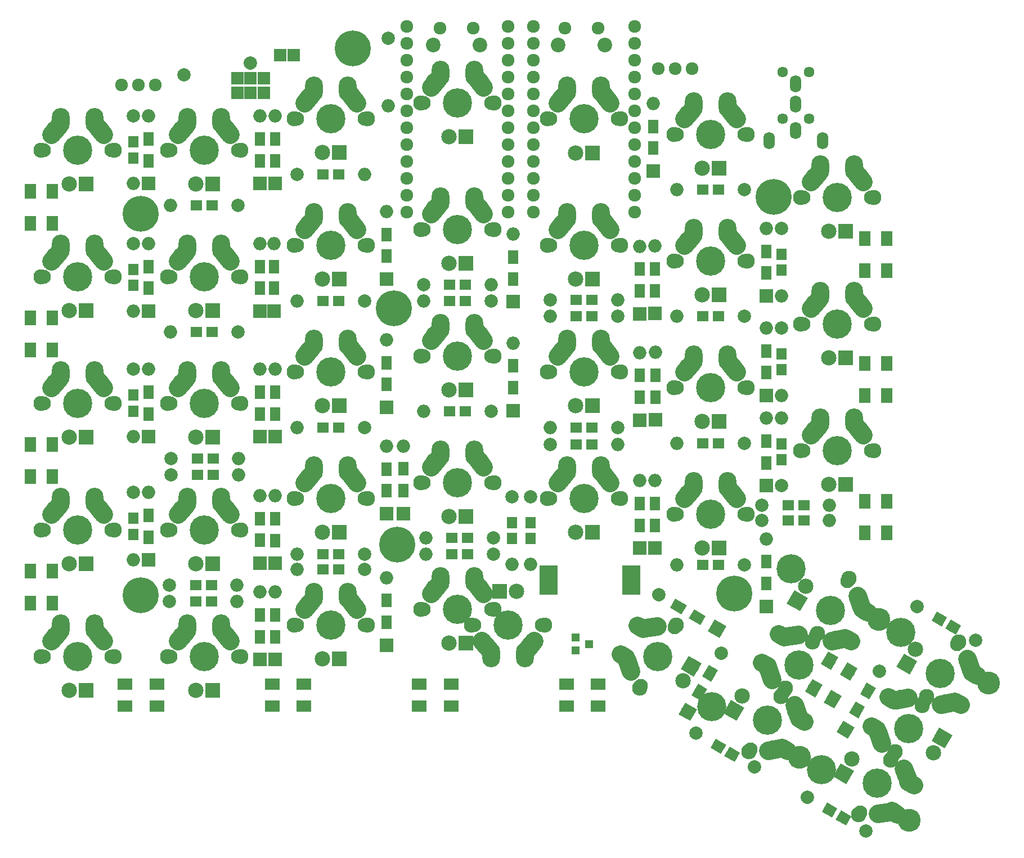
<source format=gts>
G04 #@! TF.GenerationSoftware,KiCad,Pcbnew,(5.0.0)*
G04 #@! TF.CreationDate,2018-11-09T01:29:58+09:00*
G04 #@! TF.ProjectId,ergodash,6572676F646173682E6B696361645F70,2.0*
G04 #@! TF.SameCoordinates,Original*
G04 #@! TF.FileFunction,Soldermask,Top*
G04 #@! TF.FilePolarity,Negative*
%FSLAX46Y46*%
G04 Gerber Fmt 4.6, Leading zero omitted, Abs format (unit mm)*
G04 Created by KiCad (PCBNEW (5.0.0)) date 11/09/18 01:29:58*
%MOMM*%
%LPD*%
G01*
G04 APERTURE LIST*
%ADD10R,1.600000X1.800000*%
%ADD11C,2.000000*%
%ADD12O,2.000000X2.000000*%
%ADD13C,1.600000*%
%ADD14C,0.100000*%
%ADD15C,2.000000*%
%ADD16R,1.800000X1.600000*%
%ADD17C,1.610000*%
%ADD18O,1.700000X2.600000*%
%ADD19C,4.400000*%
%ADD20C,2.300000*%
%ADD21C,2.800000*%
%ADD22C,2.800000*%
%ADD23O,2.700000X3.737000*%
%ADD24C,2.100000*%
%ADD25C,4.387800*%
%ADD26C,3.448000*%
%ADD27C,2.700000*%
%ADD28C,2.700000*%
%ADD29R,2.800000X4.400000*%
%ADD30C,2.200000*%
%ADD31C,1.924000*%
%ADD32C,5.400000*%
%ADD33R,1.924000X1.924000*%
%ADD34C,2.305000*%
%ADD35R,2.305000X2.305000*%
%ADD36R,1.300000X1.200000*%
%ADD37R,1.600000X2.000000*%
%ADD38R,2.000000X2.000000*%
%ADD39R,1.800000X2.200000*%
%ADD40R,2.200000X1.800000*%
%ADD41C,1.800000*%
G04 APERTURE END LIST*
D10*
G04 #@! TO.C,R40*
X155194000Y-116409000D03*
D11*
X155194000Y-110109000D03*
D12*
X155194000Y-120269000D03*
D10*
X155194000Y-114009000D03*
G04 #@! TD*
G04 #@! TO.C,R25*
X192913000Y-102158000D03*
D11*
X192913000Y-108458000D03*
D12*
X192913000Y-98298000D03*
D10*
X192913000Y-104558000D03*
G04 #@! TD*
D13*
G04 #@! TO.C,R37*
X216662000Y-128524000D03*
D14*
G36*
X217841423Y-128281180D02*
X217041423Y-129666820D01*
X215482577Y-128766820D01*
X216282577Y-127381180D01*
X217841423Y-128281180D01*
X217841423Y-128281180D01*
G37*
D11*
X222117960Y-131674000D03*
X213319142Y-126594000D03*
D15*
X213319142Y-126594000D02*
X213319142Y-126594000D01*
D13*
X218740461Y-129724000D03*
D14*
G36*
X219919884Y-129481180D02*
X219119884Y-130866820D01*
X217561038Y-129966820D01*
X218361038Y-128581180D01*
X219919884Y-129481180D01*
X219919884Y-129481180D01*
G37*
G04 #@! TD*
D10*
G04 #@! TO.C,R13*
X152400000Y-116388000D03*
D11*
X152400000Y-110088000D03*
D12*
X152400000Y-120248000D03*
D10*
X152400000Y-113988000D03*
G04 #@! TD*
G04 #@! TO.C,R3*
X95377000Y-59132000D03*
D11*
X95377000Y-52832000D03*
D12*
X95377000Y-62992000D03*
D10*
X95377000Y-56732000D03*
G04 #@! TD*
D16*
G04 #@! TO.C,R4*
X104825000Y-66294000D03*
D11*
X111125000Y-66294000D03*
D12*
X100965000Y-66294000D03*
D16*
X107225000Y-66294000D03*
G04 #@! TD*
G04 #@! TO.C,R5*
X126315000Y-61595000D03*
D11*
X120015000Y-61595000D03*
D12*
X130175000Y-61595000D03*
D16*
X123915000Y-61595000D03*
G04 #@! TD*
G04 #@! TO.C,R6*
X145365000Y-78232000D03*
D11*
X139065000Y-78232000D03*
D12*
X149225000Y-78232000D03*
D16*
X142965000Y-78232000D03*
G04 #@! TD*
G04 #@! TO.C,R7*
X164415000Y-80518000D03*
D11*
X158115000Y-80518000D03*
D12*
X168275000Y-80518000D03*
D16*
X162015000Y-80518000D03*
G04 #@! TD*
G04 #@! TO.C,R8*
X181025000Y-63881000D03*
D11*
X187325000Y-63881000D03*
D12*
X177165000Y-63881000D03*
D16*
X183425000Y-63881000D03*
G04 #@! TD*
D10*
G04 #@! TO.C,R9*
X192913000Y-76023000D03*
D11*
X192913000Y-69723000D03*
D12*
X192913000Y-79883000D03*
D10*
X192913000Y-73623000D03*
G04 #@! TD*
G04 #@! TO.C,R10*
X95377000Y-78309000D03*
D11*
X95377000Y-72009000D03*
D12*
X95377000Y-82169000D03*
D10*
X95377000Y-75909000D03*
G04 #@! TD*
D16*
G04 #@! TO.C,R11*
X104825000Y-85344000D03*
D11*
X111125000Y-85344000D03*
D12*
X100965000Y-85344000D03*
D16*
X107225000Y-85344000D03*
G04 #@! TD*
G04 #@! TO.C,R12*
X123875000Y-80645000D03*
D11*
X130175000Y-80645000D03*
D12*
X120015000Y-80645000D03*
D16*
X126275000Y-80645000D03*
G04 #@! TD*
G04 #@! TO.C,R15*
X142925000Y-80645000D03*
D11*
X149225000Y-80645000D03*
D12*
X139065000Y-80645000D03*
D16*
X145325000Y-80645000D03*
G04 #@! TD*
G04 #@! TO.C,R16*
X161975000Y-82931000D03*
D11*
X168275000Y-82931000D03*
D12*
X158115000Y-82931000D03*
D16*
X164375000Y-82931000D03*
G04 #@! TD*
G04 #@! TO.C,R17*
X181025000Y-82931000D03*
D11*
X187325000Y-82931000D03*
D12*
X177165000Y-82931000D03*
D16*
X183425000Y-82931000D03*
G04 #@! TD*
D10*
G04 #@! TO.C,R18*
X192913000Y-91009000D03*
D11*
X192913000Y-84709000D03*
D12*
X192913000Y-94869000D03*
D10*
X192913000Y-88609000D03*
G04 #@! TD*
G04 #@! TO.C,R19*
X95377000Y-97232000D03*
D11*
X95377000Y-90932000D03*
D12*
X95377000Y-101092000D03*
D10*
X95377000Y-94832000D03*
G04 #@! TD*
D16*
G04 #@! TO.C,R20*
X107392000Y-104394000D03*
D11*
X101092000Y-104394000D03*
D12*
X111252000Y-104394000D03*
D16*
X104992000Y-104394000D03*
G04 #@! TD*
G04 #@! TO.C,R21*
X123875000Y-99695000D03*
D11*
X130175000Y-99695000D03*
D12*
X120015000Y-99695000D03*
D16*
X126275000Y-99695000D03*
G04 #@! TD*
G04 #@! TO.C,R22*
X142925000Y-97282000D03*
D11*
X149225000Y-97282000D03*
D12*
X139065000Y-97282000D03*
D16*
X145325000Y-97282000D03*
G04 #@! TD*
G04 #@! TO.C,R23*
X161975000Y-99695000D03*
D11*
X168275000Y-99695000D03*
D12*
X158115000Y-99695000D03*
D16*
X164375000Y-99695000D03*
G04 #@! TD*
G04 #@! TO.C,R24*
X181025000Y-102108000D03*
D11*
X187325000Y-102108000D03*
D12*
X177165000Y-102108000D03*
D16*
X183425000Y-102108000D03*
G04 #@! TD*
G04 #@! TO.C,R26*
X107392000Y-106807000D03*
D11*
X101092000Y-106807000D03*
D12*
X111252000Y-106807000D03*
D16*
X104992000Y-106807000D03*
G04 #@! TD*
D10*
G04 #@! TO.C,R27*
X95377000Y-115774000D03*
D11*
X95377000Y-109474000D03*
D12*
X95377000Y-119634000D03*
D10*
X95377000Y-113374000D03*
G04 #@! TD*
D16*
G04 #@! TO.C,R28*
X123875000Y-118745000D03*
D11*
X130175000Y-118745000D03*
D12*
X120015000Y-118745000D03*
D16*
X126275000Y-118745000D03*
G04 #@! TD*
G04 #@! TO.C,R29*
X143306000Y-116332000D03*
D11*
X149606000Y-116332000D03*
D12*
X139446000Y-116332000D03*
D16*
X145706000Y-116332000D03*
G04 #@! TD*
G04 #@! TO.C,R30*
X164415000Y-102235000D03*
D11*
X158115000Y-102235000D03*
D12*
X168275000Y-102235000D03*
D16*
X162015000Y-102235000D03*
G04 #@! TD*
G04 #@! TO.C,R31*
X181025000Y-120396000D03*
D11*
X187325000Y-120396000D03*
D12*
X177165000Y-120396000D03*
D16*
X183425000Y-120396000D03*
G04 #@! TD*
D13*
G04 #@! TO.C,R32*
X185475172Y-148872000D03*
D14*
G36*
X184295749Y-149114820D02*
X185095749Y-147729180D01*
X186654595Y-148629180D01*
X185854595Y-150014820D01*
X184295749Y-149114820D01*
X184295749Y-149114820D01*
G37*
D11*
X180019212Y-145722000D03*
X188818030Y-150802000D03*
D15*
X188818030Y-150802000D02*
X188818030Y-150802000D01*
D13*
X183396711Y-147672000D03*
D14*
G36*
X182217288Y-147914820D02*
X183017288Y-146529180D01*
X184576134Y-147429180D01*
X183776134Y-148814820D01*
X182217288Y-147914820D01*
X182217288Y-147914820D01*
G37*
G04 #@! TD*
D16*
G04 #@! TO.C,R33*
X107138000Y-123444000D03*
D11*
X100838000Y-123444000D03*
D12*
X110998000Y-123444000D03*
D16*
X104738000Y-123444000D03*
G04 #@! TD*
G04 #@! TO.C,R34*
X107138000Y-125857000D03*
D11*
X100838000Y-125857000D03*
D12*
X110998000Y-125857000D03*
D16*
X104738000Y-125857000D03*
G04 #@! TD*
G04 #@! TO.C,R35*
X123875000Y-121031000D03*
D11*
X130175000Y-121031000D03*
D12*
X120015000Y-121031000D03*
D16*
X126275000Y-121031000D03*
G04 #@! TD*
G04 #@! TO.C,R36*
X143306000Y-118745000D03*
D11*
X149606000Y-118745000D03*
D12*
X139446000Y-118745000D03*
D16*
X145706000Y-118745000D03*
G04 #@! TD*
G04 #@! TO.C,R14*
X196292000Y-111379000D03*
D11*
X189992000Y-111379000D03*
D12*
X200152000Y-111379000D03*
D16*
X193892000Y-111379000D03*
G04 #@! TD*
G04 #@! TO.C,R38*
X196292000Y-113665000D03*
D11*
X189992000Y-113665000D03*
D12*
X200152000Y-113665000D03*
D16*
X193892000Y-113665000D03*
G04 #@! TD*
D13*
G04 #@! TO.C,R39*
X200157040Y-157251000D03*
D14*
G36*
X201336463Y-157008180D02*
X200536463Y-158393820D01*
X198977617Y-157493820D01*
X199777617Y-156108180D01*
X201336463Y-157008180D01*
X201336463Y-157008180D01*
G37*
D11*
X205613000Y-160401000D03*
X196814182Y-155321000D03*
D15*
X196814182Y-155321000D02*
X196814182Y-155321000D01*
D13*
X202235501Y-158451000D03*
D14*
G36*
X203414924Y-158208180D02*
X202614924Y-159593820D01*
X201056078Y-158693820D01*
X201856078Y-157308180D01*
X203414924Y-158208180D01*
X203414924Y-158208180D01*
G37*
G04 #@! TD*
D17*
G04 #@! TO.C,J1*
X197072000Y-53204000D03*
X193072000Y-53204000D03*
D18*
X195072000Y-48004000D03*
X199072000Y-56504000D03*
X195072000Y-55004000D03*
X191072000Y-56504000D03*
X195072000Y-51004000D03*
D17*
X193072000Y-46204000D03*
X197072000Y-46204000D03*
G04 #@! TD*
D19*
G04 #@! TO.C,SW8*
X106045000Y-115125500D03*
D20*
X100545000Y-115125500D03*
X111545000Y-115125500D03*
D21*
X102684951Y-112049269D03*
D22*
X102106442Y-112738709D02*
X103263460Y-111359829D01*
D21*
X109405049Y-112049269D03*
D22*
X108826540Y-111359829D02*
X109983558Y-112738709D01*
D23*
X108565000Y-110625500D03*
X103525000Y-110625500D03*
D24*
X111125000Y-115125500D03*
X100965000Y-115125500D03*
G04 #@! TD*
D25*
G04 #@! TO.C,*
X198932460Y-151187411D03*
X210870460Y-130510189D03*
D26*
X212130687Y-158807411D03*
X224068687Y-138130189D03*
G04 #@! TD*
D25*
G04 #@! TO.C,*
X182434460Y-141662361D03*
X194372460Y-120985139D03*
D26*
X195632687Y-149282361D03*
X207570687Y-128605139D03*
G04 #@! TD*
D12*
G04 #@! TO.C,R2*
X133731000Y-51308000D03*
D11*
X133731000Y-41148000D03*
G04 #@! TD*
G04 #@! TO.C,R1*
X113002647Y-44844735D03*
D15*
X113002647Y-44844735D02*
X113002647Y-44844735D01*
D11*
X102997000Y-46609000D03*
G04 #@! TD*
D19*
G04 #@! TO.C,SW34*
X174292000Y-134175250D03*
D20*
X171542000Y-138938390D03*
X177042000Y-129412110D03*
D21*
X169947881Y-135547022D03*
D22*
X170255699Y-136392745D02*
X169640063Y-134701299D01*
D21*
X173307930Y-129727247D03*
D22*
X172421603Y-129883530D02*
X174194257Y-129570964D01*
D27*
X171654886Y-129742866D03*
D28*
X171205852Y-129483616D02*
X172103920Y-130002116D01*
D27*
X169134886Y-134107634D03*
D28*
X168685852Y-133848384D02*
X169583920Y-134366884D01*
D24*
X176832000Y-129775841D03*
X171752000Y-138574659D03*
G04 #@! TD*
D19*
G04 #@! TO.C,SW38*
X151765000Y-129413000D03*
D20*
X157265000Y-129413000D03*
X146265000Y-129413000D03*
D21*
X155125049Y-132489231D03*
D22*
X155703558Y-131799791D02*
X154546540Y-133178671D01*
D21*
X148404951Y-132489231D03*
D22*
X148983460Y-133178671D02*
X147826442Y-131799791D01*
D23*
X149245000Y-133913000D03*
X154285000Y-133913000D03*
D24*
X146685000Y-129413000D03*
X156845000Y-129413000D03*
G04 #@! TD*
D29*
G04 #@! TO.C,M1*
X170284000Y-122682000D03*
X157884000Y-122682000D03*
G04 #@! TD*
D30*
G04 #@! TO.C,SW29*
X166314000Y-42124000D03*
X159314000Y-42124000D03*
D31*
X165314000Y-39624000D03*
X160314000Y-39624000D03*
G04 #@! TD*
D30*
G04 #@! TO.C,SW37*
X140518000Y-42124000D03*
X147518000Y-42124000D03*
D31*
X141518000Y-39624000D03*
X146518000Y-39624000D03*
G04 #@! TD*
D19*
G04 #@! TO.C,SW33*
X144145000Y-127031750D03*
D20*
X149645000Y-127031750D03*
X138645000Y-127031750D03*
D21*
X147505049Y-123955519D03*
D22*
X148083558Y-124644959D02*
X146926540Y-123266079D01*
D21*
X140784951Y-123955519D03*
D22*
X141363460Y-123266079D02*
X140206442Y-124644959D01*
D23*
X141625000Y-122531750D03*
X146665000Y-122531750D03*
D24*
X139065000Y-127031750D03*
X149225000Y-127031750D03*
G04 #@! TD*
D19*
G04 #@! TO.C,SW12*
X125095000Y-110363000D03*
D20*
X119595000Y-110363000D03*
X130595000Y-110363000D03*
D21*
X121734951Y-107286769D03*
D22*
X121156442Y-107976209D02*
X122313460Y-106597329D01*
D21*
X128455049Y-107286769D03*
D22*
X127876540Y-106597329D02*
X129033558Y-107976209D01*
D23*
X127615000Y-105863000D03*
X122575000Y-105863000D03*
D24*
X130175000Y-110363000D03*
X120015000Y-110363000D03*
G04 #@! TD*
D19*
G04 #@! TO.C,SW11*
X125095000Y-91313000D03*
D20*
X130595000Y-91313000D03*
X119595000Y-91313000D03*
D21*
X128455049Y-88236769D03*
D22*
X129033558Y-88926209D02*
X127876540Y-87547329D01*
D21*
X121734951Y-88236769D03*
D22*
X122313460Y-87547329D02*
X121156442Y-88926209D01*
D23*
X122575000Y-86813000D03*
X127615000Y-86813000D03*
D24*
X120015000Y-91313000D03*
X130175000Y-91313000D03*
G04 #@! TD*
D19*
G04 #@! TO.C,SW4*
X86995000Y-115125500D03*
D20*
X92495000Y-115125500D03*
X81495000Y-115125500D03*
D21*
X90355049Y-112049269D03*
D22*
X90933558Y-112738709D02*
X89776540Y-111359829D01*
D21*
X83634951Y-112049269D03*
D22*
X84213460Y-111359829D02*
X83056442Y-112738709D01*
D23*
X84475000Y-110625500D03*
X89515000Y-110625500D03*
D24*
X81915000Y-115125500D03*
X92075000Y-115125500D03*
G04 #@! TD*
D19*
G04 #@! TO.C,SW1*
X86995000Y-57975500D03*
D20*
X92495000Y-57975500D03*
X81495000Y-57975500D03*
D21*
X90355049Y-54899269D03*
D22*
X90933558Y-55588709D02*
X89776540Y-54209829D01*
D21*
X83634951Y-54899269D03*
D22*
X84213460Y-54209829D02*
X83056442Y-55588709D01*
D23*
X84475000Y-53475500D03*
X89515000Y-53475500D03*
D24*
X81915000Y-57975500D03*
X92075000Y-57975500D03*
G04 #@! TD*
D19*
G04 #@! TO.C,SW21*
X182245000Y-55594250D03*
D20*
X176745000Y-55594250D03*
X187745000Y-55594250D03*
D21*
X178884951Y-52518019D03*
D22*
X178306442Y-53207459D02*
X179463460Y-51828579D01*
D21*
X185605049Y-52518019D03*
D22*
X185026540Y-51828579D02*
X186183558Y-53207459D01*
D23*
X184765000Y-51094250D03*
X179725000Y-51094250D03*
D24*
X187325000Y-55594250D03*
X177165000Y-55594250D03*
G04 #@! TD*
D31*
G04 #@! TO.C,U6*
X170815000Y-39370000D03*
X170815000Y-41910000D03*
X170815000Y-44450000D03*
X170815000Y-46990000D03*
X170815000Y-49530000D03*
X170815000Y-52070000D03*
X170815000Y-54610000D03*
X170815000Y-57150000D03*
X170815000Y-59690000D03*
X170815000Y-62230000D03*
X170815000Y-64770000D03*
X170815000Y-67310000D03*
X155575000Y-67310000D03*
X155575000Y-64770000D03*
X155575000Y-62230000D03*
X155575000Y-59690000D03*
X155575000Y-57150000D03*
X155575000Y-54610000D03*
X155575000Y-52070000D03*
X155575000Y-49530000D03*
X155575000Y-46990000D03*
X155575000Y-44450000D03*
X155575000Y-41910000D03*
X155575000Y-39370000D03*
G04 #@! TD*
D32*
G04 #@! TO.C,U1*
X134620000Y-81788000D03*
G04 #@! TD*
G04 #@! TO.C,U2*
X191770000Y-65024000D03*
G04 #@! TD*
G04 #@! TO.C,U4*
X185801000Y-124714000D03*
G04 #@! TD*
G04 #@! TO.C,U5*
X96520000Y-67564000D03*
G04 #@! TD*
G04 #@! TO.C,U7*
X96520000Y-124968000D03*
G04 #@! TD*
D33*
G04 #@! TO.C,W1*
X119491000Y-43688000D03*
X117491000Y-43688000D03*
G04 #@! TD*
D31*
G04 #@! TO.C,J2*
X96139000Y-48133000D03*
X93639000Y-48133000D03*
X98639000Y-48133000D03*
G04 #@! TD*
G04 #@! TO.C,J3*
X176911000Y-45720000D03*
X174411000Y-45720000D03*
X179411000Y-45720000D03*
G04 #@! TD*
D32*
G04 #@! TO.C,U8*
X135128000Y-117348000D03*
G04 #@! TD*
G04 #@! TO.C,U9*
X128397000Y-42672000D03*
G04 #@! TD*
D34*
G04 #@! TO.C,D35*
X85725000Y-63055500D03*
D35*
X88265000Y-63055500D03*
G04 #@! TD*
D34*
G04 #@! TO.C,D36*
X104775000Y-63055500D03*
D35*
X107315000Y-63055500D03*
G04 #@! TD*
D34*
G04 #@! TO.C,D37*
X123825000Y-58293000D03*
D35*
X126365000Y-58293000D03*
G04 #@! TD*
D34*
G04 #@! TO.C,D38*
X142875000Y-55911750D03*
D35*
X145415000Y-55911750D03*
G04 #@! TD*
D34*
G04 #@! TO.C,D39*
X161925000Y-58420000D03*
D35*
X164465000Y-58420000D03*
G04 #@! TD*
D34*
G04 #@! TO.C,D40*
X180975000Y-60674250D03*
D35*
X183515000Y-60674250D03*
G04 #@! TD*
D34*
G04 #@! TO.C,D41*
X200025000Y-70199250D03*
D35*
X202565000Y-70199250D03*
G04 #@! TD*
D34*
G04 #@! TO.C,D42*
X85725000Y-82105500D03*
D35*
X88265000Y-82105500D03*
G04 #@! TD*
D34*
G04 #@! TO.C,D43*
X104775000Y-82105500D03*
D35*
X107315000Y-82105500D03*
G04 #@! TD*
D34*
G04 #@! TO.C,D44*
X123825000Y-77343000D03*
D35*
X126365000Y-77343000D03*
G04 #@! TD*
D34*
G04 #@! TO.C,D45*
X142875000Y-74961750D03*
D35*
X145415000Y-74961750D03*
G04 #@! TD*
D34*
G04 #@! TO.C,D46*
X161925000Y-77343000D03*
D35*
X164465000Y-77343000D03*
G04 #@! TD*
D34*
G04 #@! TO.C,D47*
X180975000Y-79724250D03*
D35*
X183515000Y-79724250D03*
G04 #@! TD*
D34*
G04 #@! TO.C,D48*
X200025000Y-89249250D03*
D35*
X202565000Y-89249250D03*
G04 #@! TD*
D34*
G04 #@! TO.C,D49*
X85725000Y-101155500D03*
D35*
X88265000Y-101155500D03*
G04 #@! TD*
D34*
G04 #@! TO.C,D50*
X104775000Y-101155500D03*
D35*
X107315000Y-101155500D03*
G04 #@! TD*
D34*
G04 #@! TO.C,D51*
X123825000Y-96393000D03*
D35*
X126365000Y-96393000D03*
G04 #@! TD*
D34*
G04 #@! TO.C,D52*
X142875000Y-94011750D03*
D35*
X145415000Y-94011750D03*
G04 #@! TD*
D34*
G04 #@! TO.C,D53*
X161925000Y-96393000D03*
D35*
X164465000Y-96393000D03*
G04 #@! TD*
D34*
G04 #@! TO.C,D54*
X180975000Y-98774250D03*
D35*
X183515000Y-98774250D03*
G04 #@! TD*
D34*
G04 #@! TO.C,D55*
X200025000Y-108299250D03*
D35*
X202565000Y-108299250D03*
G04 #@! TD*
D34*
G04 #@! TO.C,D56*
X85725000Y-120205500D03*
D35*
X88265000Y-120205500D03*
G04 #@! TD*
D34*
G04 #@! TO.C,D57*
X104775000Y-120205500D03*
D35*
X107315000Y-120205500D03*
G04 #@! TD*
D34*
G04 #@! TO.C,D58*
X123825000Y-115443000D03*
D35*
X126365000Y-115443000D03*
G04 #@! TD*
D34*
G04 #@! TO.C,D59*
X142875000Y-113061750D03*
D35*
X145415000Y-113061750D03*
G04 #@! TD*
D34*
G04 #@! TO.C,D60*
X161925000Y-115443000D03*
D35*
X164465000Y-115443000D03*
G04 #@! TD*
D34*
G04 #@! TO.C,D61*
X180975000Y-117824250D03*
D35*
X183515000Y-117824250D03*
G04 #@! TD*
D34*
G04 #@! TO.C,D62*
X178056409Y-137815102D03*
X179326409Y-135615398D03*
D14*
G36*
X179748253Y-137189742D02*
X177752065Y-136037242D01*
X178904565Y-134041054D01*
X180900753Y-135193554D01*
X179748253Y-137189742D01*
X179748253Y-137189742D01*
G37*
G04 #@! TD*
D34*
G04 #@! TO.C,D63*
X85725000Y-139255500D03*
D35*
X88265000Y-139255500D03*
G04 #@! TD*
D34*
G04 #@! TO.C,D64*
X104775000Y-139255500D03*
D35*
X107315000Y-139255500D03*
G04 #@! TD*
D34*
G04 #@! TO.C,D65*
X123825000Y-134493000D03*
D35*
X126365000Y-134493000D03*
G04 #@! TD*
D34*
G04 #@! TO.C,D66*
X142875000Y-132111750D03*
D35*
X145415000Y-132111750D03*
G04 #@! TD*
D31*
G04 #@! TO.C,U3*
X136525000Y-39370000D03*
X136525000Y-41910000D03*
X136525000Y-44450000D03*
X136525000Y-46990000D03*
X136525000Y-49530000D03*
X136525000Y-52070000D03*
X136525000Y-54610000D03*
X136525000Y-57150000D03*
X136525000Y-59690000D03*
X136525000Y-62230000D03*
X136525000Y-64770000D03*
X136525000Y-67310000D03*
X151765000Y-67310000D03*
X151765000Y-64770000D03*
X151765000Y-62230000D03*
X151765000Y-59690000D03*
X151765000Y-57150000D03*
X151765000Y-54610000D03*
X151765000Y-52070000D03*
X151765000Y-49530000D03*
X151765000Y-46990000D03*
X151765000Y-44450000D03*
X151765000Y-41910000D03*
X151765000Y-39370000D03*
G04 #@! TD*
D34*
G04 #@! TO.C,D67*
X153035000Y-124333000D03*
D35*
X150495000Y-124333000D03*
G04 #@! TD*
D13*
G04 #@! TO.C,D68*
X205920000Y-139349970D03*
D14*
G36*
X206112820Y-140615995D02*
X204727180Y-139815995D01*
X205727180Y-138083945D01*
X207112820Y-138883945D01*
X206112820Y-140615995D01*
X206112820Y-140615995D01*
G37*
D11*
X202565000Y-145161000D03*
D14*
G36*
X202931025Y-146527025D02*
X201198975Y-145527025D01*
X202198975Y-143794975D01*
X203931025Y-144794975D01*
X202931025Y-146527025D01*
X202931025Y-146527025D01*
G37*
D11*
X207645000Y-136362182D03*
D15*
X207645000Y-136362182D02*
X207645000Y-136362182D01*
D13*
X204290000Y-142173212D03*
D14*
G36*
X204482820Y-143439237D02*
X203097180Y-142639237D01*
X204097180Y-140907187D01*
X205482820Y-141707187D01*
X204482820Y-143439237D01*
X204482820Y-143439237D01*
G37*
G04 #@! TD*
D36*
G04 #@! TO.C,Q1*
X161957000Y-131323000D03*
X161957000Y-133223000D03*
X163957000Y-132273000D03*
G04 #@! TD*
D19*
G04 #@! TO.C,SW2*
X86995000Y-77025500D03*
D20*
X92495000Y-77025500D03*
X81495000Y-77025500D03*
D21*
X90355049Y-73949269D03*
D22*
X90933558Y-74638709D02*
X89776540Y-73259829D01*
D21*
X83634951Y-73949269D03*
D22*
X84213460Y-73259829D02*
X83056442Y-74638709D01*
D23*
X84475000Y-72525500D03*
X89515000Y-72525500D03*
D24*
X81915000Y-77025500D03*
X92075000Y-77025500D03*
G04 #@! TD*
D19*
G04 #@! TO.C,SW3*
X86995000Y-96075500D03*
D20*
X92495000Y-96075500D03*
X81495000Y-96075500D03*
D21*
X90355049Y-92999269D03*
D22*
X90933558Y-93688709D02*
X89776540Y-92309829D01*
D21*
X83634951Y-92999269D03*
D22*
X84213460Y-92309829D02*
X83056442Y-93688709D01*
D23*
X84475000Y-91575500D03*
X89515000Y-91575500D03*
D24*
X81915000Y-96075500D03*
X92075000Y-96075500D03*
G04 #@! TD*
D19*
G04 #@! TO.C,SW5*
X106045000Y-57975500D03*
D20*
X100545000Y-57975500D03*
X111545000Y-57975500D03*
D21*
X102684951Y-54899269D03*
D22*
X102106442Y-55588709D02*
X103263460Y-54209829D01*
D21*
X109405049Y-54899269D03*
D22*
X108826540Y-54209829D02*
X109983558Y-55588709D01*
D23*
X108565000Y-53475500D03*
X103525000Y-53475500D03*
D24*
X111125000Y-57975500D03*
X100965000Y-57975500D03*
G04 #@! TD*
D19*
G04 #@! TO.C,SW6*
X106045000Y-77025500D03*
D20*
X100545000Y-77025500D03*
X111545000Y-77025500D03*
D21*
X102684951Y-73949269D03*
D22*
X102106442Y-74638709D02*
X103263460Y-73259829D01*
D21*
X109405049Y-73949269D03*
D22*
X108826540Y-73259829D02*
X109983558Y-74638709D01*
D23*
X108565000Y-72525500D03*
X103525000Y-72525500D03*
D24*
X111125000Y-77025500D03*
X100965000Y-77025500D03*
G04 #@! TD*
D19*
G04 #@! TO.C,SW7*
X106045000Y-96075500D03*
D20*
X100545000Y-96075500D03*
X111545000Y-96075500D03*
D21*
X102684951Y-92999269D03*
D22*
X102106442Y-93688709D02*
X103263460Y-92309829D01*
D21*
X109405049Y-92999269D03*
D22*
X108826540Y-92309829D02*
X109983558Y-93688709D01*
D23*
X108565000Y-91575500D03*
X103525000Y-91575500D03*
D24*
X111125000Y-96075500D03*
X100965000Y-96075500D03*
G04 #@! TD*
D19*
G04 #@! TO.C,SW9*
X125095000Y-53213000D03*
D20*
X130595000Y-53213000D03*
X119595000Y-53213000D03*
D21*
X128455049Y-50136769D03*
D22*
X129033558Y-50826209D02*
X127876540Y-49447329D01*
D21*
X121734951Y-50136769D03*
D22*
X122313460Y-49447329D02*
X121156442Y-50826209D01*
D23*
X122575000Y-48713000D03*
X127615000Y-48713000D03*
D24*
X120015000Y-53213000D03*
X130175000Y-53213000D03*
G04 #@! TD*
D19*
G04 #@! TO.C,SW10*
X125095000Y-72263000D03*
D20*
X130595000Y-72263000D03*
X119595000Y-72263000D03*
D21*
X128455049Y-69186769D03*
D22*
X129033558Y-69876209D02*
X127876540Y-68497329D01*
D21*
X121734951Y-69186769D03*
D22*
X122313460Y-68497329D02*
X121156442Y-69876209D01*
D23*
X122575000Y-67763000D03*
X127615000Y-67763000D03*
D24*
X120015000Y-72263000D03*
X130175000Y-72263000D03*
G04 #@! TD*
D19*
G04 #@! TO.C,SW13*
X144145000Y-50831750D03*
D20*
X138645000Y-50831750D03*
X149645000Y-50831750D03*
D21*
X140784951Y-47755519D03*
D22*
X140206442Y-48444959D02*
X141363460Y-47066079D01*
D21*
X147505049Y-47755519D03*
D22*
X146926540Y-47066079D02*
X148083558Y-48444959D01*
D23*
X146665000Y-46331750D03*
X141625000Y-46331750D03*
D24*
X149225000Y-50831750D03*
X139065000Y-50831750D03*
G04 #@! TD*
D19*
G04 #@! TO.C,SW14*
X144145000Y-69881750D03*
D20*
X138645000Y-69881750D03*
X149645000Y-69881750D03*
D21*
X140784951Y-66805519D03*
D22*
X140206442Y-67494959D02*
X141363460Y-66116079D01*
D21*
X147505049Y-66805519D03*
D22*
X146926540Y-66116079D02*
X148083558Y-67494959D01*
D23*
X146665000Y-65381750D03*
X141625000Y-65381750D03*
D24*
X149225000Y-69881750D03*
X139065000Y-69881750D03*
G04 #@! TD*
D19*
G04 #@! TO.C,SW15*
X144145000Y-88931750D03*
D20*
X138645000Y-88931750D03*
X149645000Y-88931750D03*
D21*
X140784951Y-85855519D03*
D22*
X140206442Y-86544959D02*
X141363460Y-85166079D01*
D21*
X147505049Y-85855519D03*
D22*
X146926540Y-85166079D02*
X148083558Y-86544959D01*
D23*
X146665000Y-84431750D03*
X141625000Y-84431750D03*
D24*
X149225000Y-88931750D03*
X139065000Y-88931750D03*
G04 #@! TD*
D19*
G04 #@! TO.C,SW16*
X144145000Y-107981750D03*
D20*
X138645000Y-107981750D03*
X149645000Y-107981750D03*
D21*
X140784951Y-104905519D03*
D22*
X140206442Y-105594959D02*
X141363460Y-104216079D01*
D21*
X147505049Y-104905519D03*
D22*
X146926540Y-104216079D02*
X148083558Y-105594959D01*
D23*
X146665000Y-103481750D03*
X141625000Y-103481750D03*
D24*
X149225000Y-107981750D03*
X139065000Y-107981750D03*
G04 #@! TD*
D19*
G04 #@! TO.C,SW17*
X163195000Y-53213000D03*
D20*
X157695000Y-53213000D03*
X168695000Y-53213000D03*
D21*
X159834951Y-50136769D03*
D22*
X159256442Y-50826209D02*
X160413460Y-49447329D01*
D21*
X166555049Y-50136769D03*
D22*
X165976540Y-49447329D02*
X167133558Y-50826209D01*
D23*
X165715000Y-48713000D03*
X160675000Y-48713000D03*
D24*
X168275000Y-53213000D03*
X158115000Y-53213000D03*
G04 #@! TD*
D19*
G04 #@! TO.C,SW18*
X163195000Y-72263000D03*
D20*
X157695000Y-72263000D03*
X168695000Y-72263000D03*
D21*
X159834951Y-69186769D03*
D22*
X159256442Y-69876209D02*
X160413460Y-68497329D01*
D21*
X166555049Y-69186769D03*
D22*
X165976540Y-68497329D02*
X167133558Y-69876209D01*
D23*
X165715000Y-67763000D03*
X160675000Y-67763000D03*
D24*
X168275000Y-72263000D03*
X158115000Y-72263000D03*
G04 #@! TD*
D19*
G04 #@! TO.C,SW19*
X163195000Y-91313000D03*
D20*
X157695000Y-91313000D03*
X168695000Y-91313000D03*
D21*
X159834951Y-88236769D03*
D22*
X159256442Y-88926209D02*
X160413460Y-87547329D01*
D21*
X166555049Y-88236769D03*
D22*
X165976540Y-87547329D02*
X167133558Y-88926209D01*
D23*
X165715000Y-86813000D03*
X160675000Y-86813000D03*
D24*
X168275000Y-91313000D03*
X158115000Y-91313000D03*
G04 #@! TD*
D19*
G04 #@! TO.C,SW20*
X163195000Y-110363000D03*
D20*
X157695000Y-110363000D03*
X168695000Y-110363000D03*
D21*
X159834951Y-107286769D03*
D22*
X159256442Y-107976209D02*
X160413460Y-106597329D01*
D21*
X166555049Y-107286769D03*
D22*
X165976540Y-106597329D02*
X167133558Y-107976209D01*
D23*
X165715000Y-105863000D03*
X160675000Y-105863000D03*
D24*
X168275000Y-110363000D03*
X158115000Y-110363000D03*
G04 #@! TD*
D19*
G04 #@! TO.C,SW22*
X182245000Y-74644250D03*
D20*
X187745000Y-74644250D03*
X176745000Y-74644250D03*
D21*
X185605049Y-71568019D03*
D22*
X186183558Y-72257459D02*
X185026540Y-70878579D01*
D21*
X178884951Y-71568019D03*
D22*
X179463460Y-70878579D02*
X178306442Y-72257459D01*
D23*
X179725000Y-70144250D03*
X184765000Y-70144250D03*
D24*
X177165000Y-74644250D03*
X187325000Y-74644250D03*
G04 #@! TD*
D19*
G04 #@! TO.C,SW23*
X182245000Y-93694250D03*
D20*
X187745000Y-93694250D03*
X176745000Y-93694250D03*
D21*
X185605049Y-90618019D03*
D22*
X186183558Y-91307459D02*
X185026540Y-89928579D01*
D21*
X178884951Y-90618019D03*
D22*
X179463460Y-89928579D02*
X178306442Y-91307459D01*
D23*
X179725000Y-89194250D03*
X184765000Y-89194250D03*
D24*
X177165000Y-93694250D03*
X187325000Y-93694250D03*
G04 #@! TD*
D19*
G04 #@! TO.C,SW24*
X182245000Y-112744250D03*
D20*
X187745000Y-112744250D03*
X176745000Y-112744250D03*
D21*
X185605049Y-109668019D03*
D22*
X186183558Y-110357459D02*
X185026540Y-108978579D01*
D21*
X178884951Y-109668019D03*
D22*
X179463460Y-108978579D02*
X178306442Y-110357459D01*
D23*
X179725000Y-108244250D03*
X184765000Y-108244250D03*
D24*
X177165000Y-112744250D03*
X187325000Y-112744250D03*
G04 #@! TD*
D19*
G04 #@! TO.C,SW25*
X201295000Y-65119250D03*
D20*
X195795000Y-65119250D03*
X206795000Y-65119250D03*
D21*
X197934951Y-62043019D03*
D22*
X197356442Y-62732459D02*
X198513460Y-61353579D01*
D21*
X204655049Y-62043019D03*
D22*
X204076540Y-61353579D02*
X205233558Y-62732459D01*
D23*
X203815000Y-60619250D03*
X198775000Y-60619250D03*
D24*
X206375000Y-65119250D03*
X196215000Y-65119250D03*
G04 #@! TD*
D19*
G04 #@! TO.C,SW26*
X201295000Y-84169250D03*
D20*
X195795000Y-84169250D03*
X206795000Y-84169250D03*
D21*
X197934951Y-81093019D03*
D22*
X197356442Y-81782459D02*
X198513460Y-80403579D01*
D21*
X204655049Y-81093019D03*
D22*
X204076540Y-80403579D02*
X205233558Y-81782459D01*
D23*
X203815000Y-79669250D03*
X198775000Y-79669250D03*
D24*
X206375000Y-84169250D03*
X196215000Y-84169250D03*
G04 #@! TD*
D19*
G04 #@! TO.C,SW27*
X201295000Y-103219250D03*
D20*
X195795000Y-103219250D03*
X206795000Y-103219250D03*
D21*
X197934951Y-100143019D03*
D22*
X197356442Y-100832459D02*
X198513460Y-99453579D01*
D21*
X204655049Y-100143019D03*
D22*
X204076540Y-99453579D02*
X205233558Y-100832459D01*
D23*
X203815000Y-98719250D03*
X198775000Y-98719250D03*
D24*
X206375000Y-103219250D03*
X196215000Y-103219250D03*
G04 #@! TD*
D19*
G04 #@! TO.C,SW28*
X200315000Y-127202300D03*
D20*
X203065000Y-122439160D03*
X197565000Y-131965440D03*
D21*
X204659119Y-125830528D03*
D22*
X204351301Y-124984805D02*
X204966937Y-126676251D01*
D21*
X201299070Y-131650303D03*
D22*
X202185397Y-131494020D02*
X200412743Y-131806586D01*
D27*
X202952114Y-131634684D03*
D28*
X203401148Y-131893934D02*
X202503080Y-131375434D01*
D27*
X205472114Y-127269916D03*
D28*
X205921148Y-127529166D02*
X205023080Y-127010666D01*
D24*
X197775000Y-131601709D03*
X202855000Y-122802891D03*
G04 #@! TD*
D19*
G04 #@! TO.C,SW30*
X86995000Y-134175500D03*
D20*
X92495000Y-134175500D03*
X81495000Y-134175500D03*
D21*
X90355049Y-131099269D03*
D22*
X90933558Y-131788709D02*
X89776540Y-130409829D01*
D21*
X83634951Y-131099269D03*
D22*
X84213460Y-130409829D02*
X83056442Y-131788709D01*
D23*
X84475000Y-129675500D03*
X89515000Y-129675500D03*
D24*
X81915000Y-134175500D03*
X92075000Y-134175500D03*
G04 #@! TD*
D19*
G04 #@! TO.C,SW31*
X106045000Y-134175500D03*
D20*
X100545000Y-134175500D03*
X111545000Y-134175500D03*
D21*
X102684951Y-131099269D03*
D22*
X102106442Y-131788709D02*
X103263460Y-130409829D01*
D21*
X109405049Y-131099269D03*
D22*
X108826540Y-130409829D02*
X109983558Y-131788709D01*
D23*
X108565000Y-129675500D03*
X103525000Y-129675500D03*
D24*
X111125000Y-134175500D03*
X100965000Y-134175500D03*
G04 #@! TD*
D19*
G04 #@! TO.C,SW32*
X125095000Y-129413000D03*
D20*
X130595000Y-129413000D03*
X119595000Y-129413000D03*
D21*
X128455049Y-126336769D03*
D22*
X129033558Y-127026209D02*
X127876540Y-125647329D01*
D21*
X121734951Y-126336769D03*
D22*
X122313460Y-125647329D02*
X121156442Y-127026209D01*
D23*
X122575000Y-124913000D03*
X127615000Y-124913000D03*
D24*
X120015000Y-129413000D03*
X130175000Y-129413000D03*
G04 #@! TD*
D19*
G04 #@! TO.C,SW35*
X190790000Y-143700300D03*
D20*
X193540000Y-138937160D03*
X188040000Y-148463440D03*
D21*
X195134119Y-142328528D03*
D22*
X194826301Y-141482805D02*
X195441937Y-143174251D01*
D21*
X191774070Y-148148303D03*
D22*
X192660397Y-147992020D02*
X190887743Y-148304586D01*
D27*
X193427114Y-148132684D03*
D28*
X193876148Y-148391934D02*
X192978080Y-147873434D01*
D27*
X195947114Y-143767916D03*
D28*
X196396148Y-144027166D02*
X195498080Y-143508666D01*
D24*
X188250000Y-148099709D03*
X193330000Y-139300891D03*
G04 #@! TD*
D19*
G04 #@! TO.C,SW36*
X195552500Y-135451250D03*
D20*
X192802500Y-140214390D03*
X198302500Y-130688110D03*
D21*
X191208381Y-136823022D03*
D22*
X191516199Y-137668745D02*
X190900563Y-135977299D01*
D21*
X194568430Y-131003247D03*
D22*
X193682103Y-131159530D02*
X195454757Y-130846964D01*
D27*
X192915386Y-131018866D03*
D28*
X192466352Y-130759616D02*
X193364420Y-131278116D01*
D27*
X190395386Y-135383634D03*
D28*
X189946352Y-135124384D02*
X190844420Y-135642884D01*
D24*
X198092500Y-131051841D03*
X193012500Y-139850659D03*
G04 #@! TD*
D19*
G04 #@! TO.C,SW39*
X216813000Y-136727350D03*
D20*
X219563000Y-131964210D03*
X214063000Y-141490490D03*
D21*
X221157119Y-135355578D03*
D22*
X220849301Y-134509855D02*
X221464937Y-136201301D01*
D21*
X217797070Y-141175353D03*
D22*
X218683397Y-141019070D02*
X216910743Y-141331636D01*
D27*
X219450114Y-141159734D03*
D28*
X219899148Y-141418984D02*
X219001080Y-140900484D01*
D27*
X221970114Y-136794966D03*
D28*
X222419148Y-137054216D02*
X221521080Y-136535716D01*
D24*
X214273000Y-141126759D03*
X219353000Y-132327941D03*
G04 #@! TD*
D19*
G04 #@! TO.C,SW40*
X212050500Y-144976300D03*
D20*
X209300500Y-149739440D03*
X214800500Y-140213160D03*
D21*
X207706381Y-146348072D03*
D22*
X208014199Y-147193795D02*
X207398563Y-145502349D01*
D21*
X211066430Y-140528297D03*
D22*
X210180103Y-140684580D02*
X211952757Y-140372014D01*
D27*
X209413386Y-140543916D03*
D28*
X208964352Y-140284666D02*
X209862420Y-140803166D01*
D27*
X206893386Y-144908684D03*
D28*
X206444352Y-144649434D02*
X207342420Y-145167934D01*
D24*
X214590500Y-140576891D03*
X209510500Y-149375709D03*
G04 #@! TD*
D19*
G04 #@! TO.C,SW41*
X207288000Y-153225350D03*
D20*
X210038000Y-148462210D03*
X204538000Y-157988490D03*
D21*
X211632119Y-151853578D03*
D22*
X211324301Y-151007855D02*
X211939937Y-152699301D01*
D21*
X208272070Y-157673353D03*
D22*
X209158397Y-157517070D02*
X207385743Y-157829636D01*
D27*
X209925114Y-157657734D03*
D28*
X210374148Y-157916984D02*
X209476080Y-157398484D01*
D27*
X212445114Y-153292966D03*
D28*
X212894148Y-153552216D02*
X211996080Y-153033716D01*
D24*
X204748000Y-157624759D03*
X209828000Y-148825941D03*
G04 #@! TD*
D33*
G04 #@! TO.C,J4*
X115030000Y-47159000D03*
X113030000Y-47159000D03*
X111030000Y-47159000D03*
G04 #@! TD*
G04 #@! TO.C,J5*
X115030000Y-49318000D03*
X113030000Y-49318000D03*
X111030000Y-49318000D03*
G04 #@! TD*
D34*
G04 #@! TO.C,D69*
X196550591Y-123562448D03*
X195280591Y-125762152D03*
D14*
G36*
X194858747Y-124187808D02*
X196854935Y-125340308D01*
X195702435Y-127336496D01*
X193706247Y-126183996D01*
X194858747Y-124187808D01*
X194858747Y-124187808D01*
G37*
G04 #@! TD*
D34*
G04 #@! TO.C,D70*
X213048591Y-133087498D03*
X211778591Y-135287202D03*
D14*
G36*
X211356747Y-133712858D02*
X213352935Y-134865358D01*
X212200435Y-136861546D01*
X210204247Y-135709046D01*
X211356747Y-133712858D01*
X211356747Y-133712858D01*
G37*
G04 #@! TD*
D34*
G04 #@! TO.C,D71*
X187025591Y-140060448D03*
X185755591Y-142260152D03*
D14*
G36*
X185333747Y-140685808D02*
X187329935Y-141838308D01*
X186177435Y-143834496D01*
X184181247Y-142681996D01*
X185333747Y-140685808D01*
X185333747Y-140685808D01*
G37*
G04 #@! TD*
D34*
G04 #@! TO.C,D72*
X203523591Y-149585498D03*
X202253591Y-151785202D03*
D14*
G36*
X201831747Y-150210858D02*
X203827935Y-151363358D01*
X202675435Y-153359546D01*
X200679247Y-152207046D01*
X201831747Y-150210858D01*
X201831747Y-150210858D01*
G37*
G04 #@! TD*
D34*
G04 #@! TO.C,D73*
X215814909Y-148616152D03*
X217084909Y-146416448D03*
D14*
G36*
X217506753Y-147990792D02*
X215510565Y-146838292D01*
X216663065Y-144842104D01*
X218659253Y-145994604D01*
X217506753Y-147990792D01*
X217506753Y-147990792D01*
G37*
G04 #@! TD*
D37*
G04 #@! TO.C,D1*
X97663000Y-56282000D03*
D38*
X97663000Y-62992000D03*
D12*
X97663000Y-52832000D03*
D37*
X97663000Y-59542000D03*
G04 #@! TD*
G04 #@! TO.C,D2*
X97663000Y-75459000D03*
D38*
X97663000Y-82169000D03*
D12*
X97663000Y-72009000D03*
D37*
X97663000Y-78719000D03*
G04 #@! TD*
G04 #@! TO.C,D3*
X97663000Y-94382000D03*
D38*
X97663000Y-101092000D03*
D12*
X97663000Y-90932000D03*
D37*
X97663000Y-97642000D03*
G04 #@! TD*
G04 #@! TO.C,D4*
X114427000Y-113411000D03*
D38*
X114427000Y-120121000D03*
D12*
X114427000Y-109961000D03*
D37*
X114427000Y-116671000D03*
G04 #@! TD*
G04 #@! TO.C,D5*
X114427000Y-56282000D03*
D38*
X114427000Y-62992000D03*
D12*
X114427000Y-52832000D03*
D37*
X114427000Y-59542000D03*
G04 #@! TD*
G04 #@! TO.C,D6*
X114427000Y-75459000D03*
D38*
X114427000Y-82169000D03*
D12*
X114427000Y-72009000D03*
D37*
X114427000Y-78719000D03*
G04 #@! TD*
G04 #@! TO.C,D7*
X114427000Y-94382000D03*
D38*
X114427000Y-101092000D03*
D12*
X114427000Y-90932000D03*
D37*
X114427000Y-97642000D03*
G04 #@! TD*
G04 #@! TO.C,D8*
X116713000Y-113432000D03*
D38*
X116713000Y-120142000D03*
D12*
X116713000Y-109982000D03*
D37*
X116713000Y-116692000D03*
G04 #@! TD*
G04 #@! TO.C,D9*
X116713000Y-56282000D03*
D38*
X116713000Y-62992000D03*
D12*
X116713000Y-52832000D03*
D37*
X116713000Y-59542000D03*
G04 #@! TD*
G04 #@! TO.C,D10*
X116586000Y-75459000D03*
D38*
X116586000Y-82169000D03*
D12*
X116586000Y-72009000D03*
D37*
X116586000Y-78719000D03*
G04 #@! TD*
G04 #@! TO.C,D11*
X116713000Y-94382000D03*
D38*
X116713000Y-101092000D03*
D12*
X116713000Y-90932000D03*
D37*
X116713000Y-97642000D03*
G04 #@! TD*
G04 #@! TO.C,D12*
X133477000Y-105939000D03*
D38*
X133477000Y-112649000D03*
D12*
X133477000Y-102489000D03*
D37*
X133477000Y-109199000D03*
G04 #@! TD*
G04 #@! TO.C,D13*
X133477000Y-70633000D03*
D38*
X133477000Y-77343000D03*
D12*
X133477000Y-67183000D03*
D37*
X133477000Y-73893000D03*
G04 #@! TD*
G04 #@! TO.C,D14*
X152527000Y-74062000D03*
D38*
X152527000Y-80772000D03*
D12*
X152527000Y-70612000D03*
D37*
X152527000Y-77322000D03*
G04 #@! TD*
G04 #@! TO.C,D15*
X133477000Y-89958000D03*
D38*
X133477000Y-96668000D03*
D12*
X133477000Y-86508000D03*
D37*
X133477000Y-93218000D03*
G04 #@! TD*
G04 #@! TO.C,D16*
X136017000Y-105918000D03*
D38*
X136017000Y-112628000D03*
D12*
X136017000Y-102468000D03*
D37*
X136017000Y-109178000D03*
G04 #@! TD*
G04 #@! TO.C,D17*
X173609000Y-54377000D03*
D38*
X173609000Y-61087000D03*
D12*
X173609000Y-50927000D03*
D37*
X173609000Y-57637000D03*
G04 #@! TD*
G04 #@! TO.C,D18*
X171577000Y-91863000D03*
D38*
X171577000Y-98573000D03*
D12*
X171577000Y-88413000D03*
D37*
X171577000Y-95123000D03*
G04 #@! TD*
G04 #@! TO.C,D19*
X152527000Y-90424000D03*
D38*
X152527000Y-97134000D03*
D12*
X152527000Y-86974000D03*
D37*
X152527000Y-93684000D03*
G04 #@! TD*
G04 #@! TO.C,D20*
X171577000Y-111146000D03*
D38*
X171577000Y-117856000D03*
D12*
X171577000Y-107696000D03*
D37*
X171577000Y-114406000D03*
G04 #@! TD*
G04 #@! TO.C,D21*
X173863000Y-75840000D03*
D38*
X173863000Y-82550000D03*
D12*
X173863000Y-72390000D03*
D37*
X173863000Y-79100000D03*
G04 #@! TD*
G04 #@! TO.C,D22*
X171577000Y-75861000D03*
D38*
X171577000Y-82571000D03*
D12*
X171577000Y-72411000D03*
D37*
X171577000Y-79121000D03*
G04 #@! TD*
G04 #@! TO.C,D23*
X173990000Y-91842000D03*
D38*
X173990000Y-98552000D03*
D12*
X173990000Y-88392000D03*
D37*
X173990000Y-95102000D03*
G04 #@! TD*
G04 #@! TO.C,D24*
X173863000Y-111146000D03*
D38*
X173863000Y-117856000D03*
D12*
X173863000Y-107696000D03*
D37*
X173863000Y-114406000D03*
G04 #@! TD*
G04 #@! TO.C,D25*
X190627000Y-73173000D03*
D38*
X190627000Y-79883000D03*
D12*
X190627000Y-69723000D03*
D37*
X190627000Y-76433000D03*
G04 #@! TD*
G04 #@! TO.C,D26*
X190627000Y-88159000D03*
D38*
X190627000Y-94869000D03*
D12*
X190627000Y-84709000D03*
D37*
X190627000Y-91419000D03*
G04 #@! TD*
G04 #@! TO.C,D27*
X190627000Y-101748000D03*
D38*
X190627000Y-108458000D03*
D12*
X190627000Y-98298000D03*
D37*
X190627000Y-105008000D03*
G04 #@! TD*
G04 #@! TO.C,D28*
X190627000Y-119888000D03*
D38*
X190627000Y-126598000D03*
D12*
X190627000Y-116438000D03*
D37*
X190627000Y-123148000D03*
G04 #@! TD*
G04 #@! TO.C,D29*
X97663000Y-112924000D03*
D38*
X97663000Y-119634000D03*
D12*
X97663000Y-109474000D03*
D37*
X97663000Y-116184000D03*
G04 #@! TD*
G04 #@! TO.C,D30*
X114427000Y-127910000D03*
D38*
X114427000Y-134620000D03*
D12*
X114427000Y-124460000D03*
D37*
X114427000Y-131170000D03*
G04 #@! TD*
G04 #@! TO.C,D31*
X116713000Y-127910000D03*
D38*
X116713000Y-134620000D03*
D12*
X116713000Y-124460000D03*
D37*
X116713000Y-131170000D03*
G04 #@! TD*
G04 #@! TO.C,D32*
X133477000Y-125730000D03*
D38*
X133477000Y-132440000D03*
D12*
X133477000Y-122280000D03*
D37*
X133477000Y-128990000D03*
G04 #@! TD*
D13*
G04 #@! TO.C,D33*
X177419000Y-126619000D03*
D14*
G36*
X178685025Y-126426180D02*
X177885025Y-127811820D01*
X176152975Y-126811820D01*
X176952975Y-125426180D01*
X178685025Y-126426180D01*
X178685025Y-126426180D01*
G37*
D11*
X183230030Y-129974000D03*
D14*
G36*
X184596055Y-129607975D02*
X183596055Y-131340025D01*
X181864005Y-130340025D01*
X182864005Y-128607975D01*
X184596055Y-129607975D01*
X184596055Y-129607975D01*
G37*
D11*
X174431212Y-124894000D03*
D15*
X174431212Y-124894000D02*
X174431212Y-124894000D01*
D13*
X180242242Y-128249000D03*
D14*
G36*
X181508267Y-128056180D02*
X180708267Y-129441820D01*
X178976217Y-128441820D01*
X179776217Y-127056180D01*
X181508267Y-128056180D01*
X181508267Y-128056180D01*
G37*
G04 #@! TD*
D13*
G04 #@! TO.C,D34*
X182171000Y-136682970D03*
D14*
G36*
X182363820Y-137948995D02*
X180978180Y-137148995D01*
X181978180Y-135416945D01*
X183363820Y-136216945D01*
X182363820Y-137948995D01*
X182363820Y-137948995D01*
G37*
D11*
X178816000Y-142494000D03*
D14*
G36*
X179182025Y-143860025D02*
X177449975Y-142860025D01*
X178449975Y-141127975D01*
X180182025Y-142127975D01*
X179182025Y-143860025D01*
X179182025Y-143860025D01*
G37*
D11*
X183896000Y-133695182D03*
D15*
X183896000Y-133695182D02*
X183896000Y-133695182D01*
D13*
X180541000Y-139506212D03*
D14*
G36*
X180733820Y-140772237D02*
X179348180Y-139972237D01*
X180348180Y-138240187D01*
X181733820Y-139040187D01*
X180733820Y-140772237D01*
X180733820Y-140772237D01*
G37*
G04 #@! TD*
D39*
G04 #@! TO.C,LED1*
X79884000Y-64148000D03*
X83184000Y-64148000D03*
X83184000Y-68948000D03*
X79884000Y-68948000D03*
G04 #@! TD*
G04 #@! TO.C,LED2*
X79884000Y-83198000D03*
X83184000Y-83198000D03*
X83184000Y-87998000D03*
X79884000Y-87998000D03*
G04 #@! TD*
G04 #@! TO.C,LED3*
X79884000Y-102248000D03*
X83184000Y-102248000D03*
X83184000Y-107048000D03*
X79884000Y-107048000D03*
G04 #@! TD*
G04 #@! TO.C,LED4*
X79884000Y-121298000D03*
X83184000Y-121298000D03*
X83184000Y-126098000D03*
X79884000Y-126098000D03*
G04 #@! TD*
D40*
G04 #@! TO.C,LED5*
X94120000Y-141604000D03*
X94120000Y-138304000D03*
X98920000Y-138304000D03*
X98920000Y-141604000D03*
G04 #@! TD*
G04 #@! TO.C,LED6*
X116260333Y-141604000D03*
X116260333Y-138304000D03*
X121060333Y-138304000D03*
X121060333Y-141604000D03*
G04 #@! TD*
G04 #@! TO.C,LED7*
X138400667Y-141604000D03*
X138400667Y-138304000D03*
X143200667Y-138304000D03*
X143200667Y-141604000D03*
G04 #@! TD*
G04 #@! TO.C,LED8*
X160541000Y-141604000D03*
X160541000Y-138304000D03*
X165341000Y-138304000D03*
X165341000Y-141604000D03*
G04 #@! TD*
D41*
G04 #@! TO.C,LED9*
X200634942Y-140571461D03*
D14*
G36*
X201964365Y-140068833D02*
X200864365Y-141974089D01*
X199305519Y-141074089D01*
X200405519Y-139168833D01*
X201964365Y-140068833D01*
X201964365Y-140068833D01*
G37*
D41*
X197777058Y-138921461D03*
D14*
G36*
X199106481Y-138418833D02*
X198006481Y-140324089D01*
X196447635Y-139424089D01*
X197547635Y-137518833D01*
X199106481Y-138418833D01*
X199106481Y-138418833D01*
G37*
D41*
X200177058Y-134764539D03*
D14*
G36*
X201506481Y-134261911D02*
X200406481Y-136167167D01*
X198847635Y-135267167D01*
X199947635Y-133361911D01*
X201506481Y-134261911D01*
X201506481Y-134261911D01*
G37*
D41*
X203034942Y-136414539D03*
D14*
G36*
X204364365Y-135911911D02*
X203264365Y-137817167D01*
X201705519Y-136917167D01*
X202805519Y-135011911D01*
X204364365Y-135911911D01*
X204364365Y-135911911D01*
G37*
G04 #@! TD*
D39*
G04 #@! TO.C,LED10*
X208787000Y-115557000D03*
X205487000Y-115557000D03*
X205487000Y-110757000D03*
X208787000Y-110757000D03*
G04 #@! TD*
G04 #@! TO.C,LED11*
X208787000Y-94856000D03*
X205487000Y-94856000D03*
X205487000Y-90056000D03*
X208787000Y-90056000D03*
G04 #@! TD*
G04 #@! TO.C,LED12*
X208787000Y-76060000D03*
X205487000Y-76060000D03*
X205487000Y-71260000D03*
X208787000Y-71260000D03*
G04 #@! TD*
M02*

</source>
